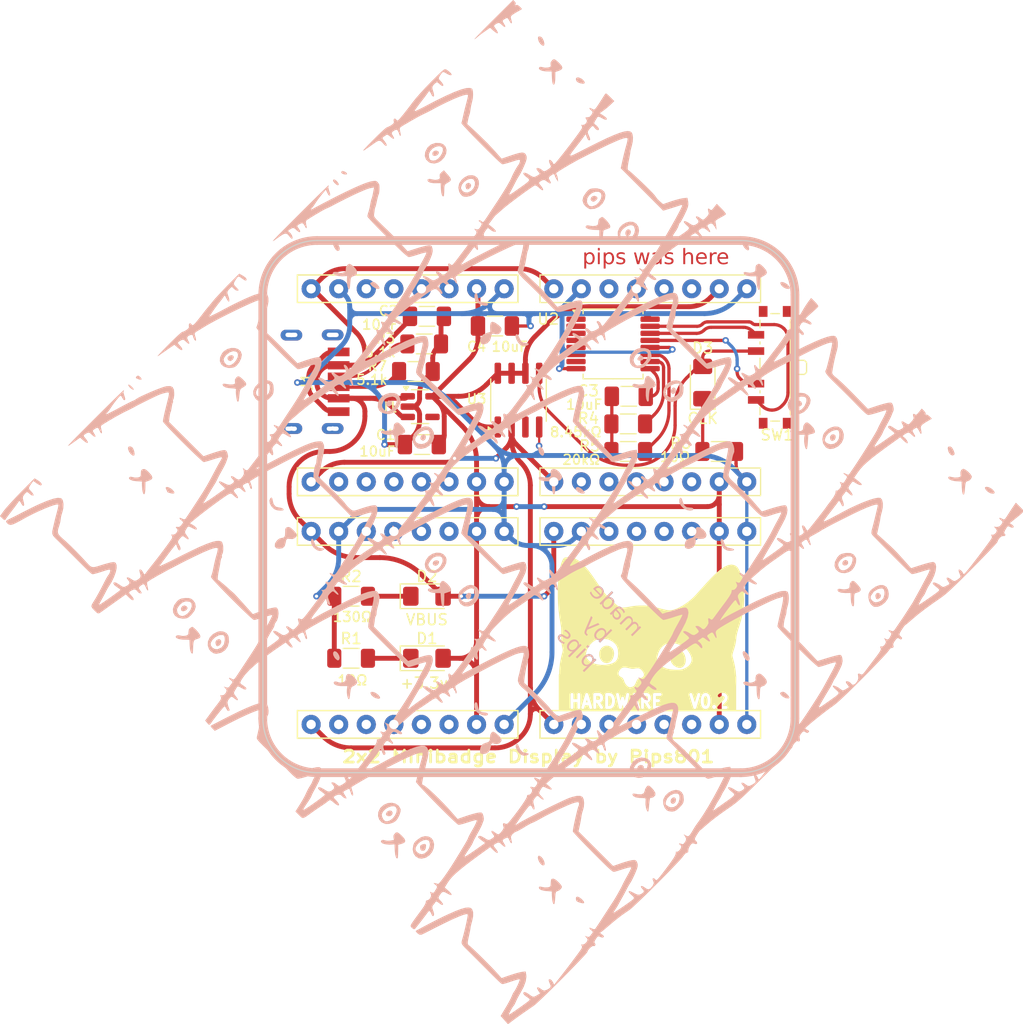
<source format=kicad_pcb>
(kicad_pcb (version 20240108) (generator "pcbnew") (generator_version "8.0")
  (title_block (title "2x2 Minibadge Holder USB-C") (rev "r2") (company "Pips Engineering"))
  (layers (0 "F.Cu" signal) (31 "B.Cu" signal) (34 "B.Paste" user) (35 "F.Paste" user) (36 "B.SilkS" user "B.Silkscreen") (37 "F.SilkS" user "F.Silkscreen") (38 "B.Mask" user) (39 "F.Mask" user) (44 "Edge.Cuts" user))
  (net 0 "")
  (net 1 "+3.3V")
  (net 2 "GND")
  (net 3 "VBUS")
  (net 4 "Net-(C3-Pad1)")
  (net 5 "Net-(U2-~{Φ0})")
  (net 6 "Net-(D1-K)")
  (net 7 "Net-(D2-K)")
  (net 8 "Net-(D3-K)")
  (net 9 "CLK")
  (net 14 "/CC")
  (net 24 "Net-(U2-Φ0)")
  (net 25 "Net-(U2-~{Φ1})")
  (net 26 "Net-(U2-Q8)")
  (net 27 "Net-(U2-Q10)")
  (net 28 "CLK_LOW")
  (net 29 "Net-(U2-Q9)")
  (footprint "MiniBadge:MiniBadge_Slot_Basic" (layer "F.Cu") (at 109.22 64.77)
    (property "Reference" "MB4" (hide yes))
    (property "Value" "MiniBadge_Full")
  )
  (footprint "Package_SO:SSOP-16_5.3x6.2mm_P0.65mm" (layer "F.Cu") (at 115.951 48.768)
    (property "Reference" "U2")
    (property "Value" "74HC4060")
  )
  (footprint "LED_SMD:LED_1206_3216Metric_Pad1.42x1.75mm_HandSolder" (layer "F.Cu") (at 124.206 52.324 90)
    (property "Reference" "D3")
    (property "Value" "LED_CLK")
  )
  (footprint "Resistor_SMD:R_1206_3216Metric_Pad1.30x1.75mm_HandSolder" (layer "F.Cu") (at 98.552 48.768 180)
    (property "Reference" "R3")
    (property "Value" "5.1k")
  )
  (footprint "MiniBadge:MiniBadge_Slot_Basic" (layer "F.Cu") (at 86.868 64.77)
    (property "Reference" "MB1" (hide yes))
    (property "Value" "MiniBadge_Full")
  )
  (footprint "LED_SMD:LED_1206_3216Metric_Pad1.42x1.75mm_HandSolder" (layer "F.Cu") (at 98.806 77.724)
    (property "Reference" "D1")
    (property "Value" "LED_3.3")
  )
  (footprint "Package_SO:SOIC-8_3.9x4.9mm_P1.27mm" (layer "F.Cu") (at 107.2397 53.945169 90)
    (property "Reference" "U3")
    (property "Value" "TPM8837C")
  )
  (footprint "MiniBadge:MiniBadge_Slot_Basic" (layer "F.Cu") (at 86.868 42.418)
    (property "Reference" "MB1" (hide yes))
    (property "Value" "MiniBadge_Full")
  )
  (footprint "Package_TO_SOT_SMD:SOT-23-5" (layer "F.Cu") (at 98.1765 54.544)
    (property "Reference" "U1")
    (property "Value" "AP2112K-3.3")
  )
  (footprint "LED_SMD:LED_1206_3216Metric_Pad1.42x1.75mm_HandSolder" (layer "F.Cu") (at 98.806 72.009)
    (property "Reference" "D2")
    (property "Value" "LED_VBUS")
  )
  (footprint "Resistor_SMD:R_1206_3216Metric_Pad1.30x1.75mm_HandSolder" (layer "F.Cu") (at 91.821 72.009)
    (property "Reference" "R2")
    (property "Value" "130")
  )
  (footprint "Resistor_SMD:R_1206_3216Metric_Pad1.30x1.75mm_HandSolder" (layer "F.Cu") (at 125.73 58.674 180)
    (property "Reference" "R6")
    (property "Value" "10Ω")
  )
  (footprint "Resistor_SMD:R_1206_3216Metric_Pad1.30x1.75mm_HandSolder" (layer "F.Cu") (at 117.348 58.674)
    (property "Reference" "R5")
    (property "Value" "20k")
  )
  (footprint "LOGO" (layer "F.Cu") (at 119.026153 60.810169)
    (property "Reference" "G***" (hide yes))
    (property "Value" "LOGO" (hide yes))
  )
  (footprint "Resistor_SMD:R_1206_3216Metric_Pad1.30x1.75mm_HandSolder" (layer "F.Cu") (at 117.348 56.134)
    (property "Reference" "R4")
    (property "Value" "8.45kΩ")
  )
  (footprint "MiniBadge:MiniBadge_Slot_Basic" (layer "F.Cu") (at 86.868 64.77)
    (property "Reference" "MB3" (hide yes))
    (property "Value" "MiniBadge_Full")
  )
  (footprint "MiniBadge:MiniBadge_Slot_Basic" (layer "F.Cu") (at 109.22 64.77)
    (property "Reference" "MB1" (hide yes))
    (property "Value" "MiniBadge_Full")
  )
  (footprint "Capacitor_SMD:C_1206_3216Metric_Pad1.33x1.80mm_HandSolder" (layer "F.Cu") (at 105.0675 47.117)
    (property "Reference" "C4")
    (property "Value" "0.01uF")
  )
  (footprint "Capacitor_SMD:C_1206_3216Metric_Pad1.33x1.80mm_HandSolder" (layer "F.Cu") (at 98.806 46.228)
    (property "Reference" "C2")
    (property "Value" "10uF")
  )
  (footprint "Type-C-31-M-17:TYPEC31M17" (layer "F.Cu") (at 83.723101 52.255524 -90)
    (property "Reference" "J1")
    (property "Value" "TYPE-C-31-M-17")
  )
  (footprint "MiniBadge:MiniBadge_Slot_Basic" (layer "F.Cu") (at 109.22 42.418)
    (property "Reference" "MB1" (hide yes))
    (property "Value" "MiniBadge_Full")
  )
  (footprint "Capacitor_SMD:C_1206_3216Metric_Pad1.33x1.80mm_HandSolder" (layer "F.Cu") (at 117.3988 53.594)
    (property "Reference" "C3")
    (property "Value" "0.1uF")
  )
  (footprint "MiniBadge:MiniBadge_Slot_Basic" (layer "F.Cu") (at 86.868 42.418)
    (property "Reference" "MB2" (hide yes))
    (property "Value" "MiniBadge_Full")
  )
  (footprint "Resistor_SMD:R_1206_3216Metric_Pad1.30x1.75mm_HandSolder" (layer "F.Cu") (at 97.79 51.308 180)
    (property "Reference" "R7")
    (property "Value" "5.1k")
  )
  (footprint "Resistor_SMD:R_1206_3216Metric_Pad1.30x1.75mm_HandSolder" (layer "F.Cu") (at 91.821 77.724)
    (property "Reference" "R1")
    (property "Value" "10Ω")
  )
  (footprint "Button_Switch_SMD:SW_SP3T_PCM13" (layer "F.Cu") (at 130.556 50.927 90)
    (property "Reference" "SW1")
    (property "Value" "SW_SP3T")
  )
  (footprint "Capacitor_SMD:C_1206_3216Metric_Pad1.33x1.80mm_HandSolder" (layer "F.Cu") (at 98.3365 58.039 180)
    (property "Reference" "C1")
    (property "Value" "10uF")
  )
  (footprint "LOGO" (layer "B.Cu") (at 106.68 64.262 180)
    (property "Reference" "G***" (hide yes))
    (property "Value" "LOGO" (hide yes))
  )
  (gr_arc (start 83.68321 44.243141) (mid 85.147676 40.707607) (end 88.68321 39.243141) (stroke (width 0.8)) (layer "B.SilkS"))
  (gr_arc (start 88.68321 88.265141) (mid 85.147676 86.800675) (end 83.68321 83.265141) (stroke (width 0.8)) (layer "B.SilkS"))
  (gr_line (start 127.70521 88.265141) (end 88.68321 88.265141) (stroke (width 0.8)) (layer "B.SilkS"))
  (gr_arc (start 132.70521 83.265141) (mid 131.240744 86.800675) (end 127.70521 88.265141) (stroke (width 0.8)) (layer "B.SilkS"))
  (gr_line (start 83.68321 83.265141) (end 83.68321 44.243141) (stroke (width 0.8)) (layer "B.SilkS"))
  (gr_line (start 88.68321 39.243141) (end 127.70521 39.243141) (stroke (width 0.8)) (layer "B.SilkS"))
  (gr_line (start 132.70521 44.243141) (end 132.70521 83.265141) (stroke (width 0.8)) (layer "B.SilkS"))
  (gr_arc (start 127.70521 39.243141) (mid 131.240744 40.707607) (end 132.70521 44.243141) (stroke (width 0.8)) (layer "B.SilkS"))
  (gr_rect (start 126.639696 79.424527) (end 127.239825 82.55) (stroke (width 0.1)) (fill solid) (layer "F.SilkS"))
  (gr_rect (start 110.998 79.248) (end 111.897394 82.55) (stroke (width 0.1)) (fill solid) (layer "F.SilkS"))
  (gr_arc (start 132.715 83.265) (mid 131.250534 86.800534) (end 127.715 88.265) (stroke (width 0.1)) (layer "Edge.Cuts"))
  (gr_arc (start 127.715 39.243) (mid 131.250534 40.707466) (end 132.715 44.243) (stroke (width 0.1)) (layer "Edge.Cuts"))
  (gr_line (start 127.715 88.265) (end 88.693 88.265) (stroke (width 0.1)) (layer "Edge.Cuts"))
  (gr_arc (start 83.693 44.243) (mid 85.157466 40.707466) (end 88.693 39.243) (stroke (width 0.1)) (layer "Edge.Cuts"))
  (gr_line (start 83.693 83.265) (end 83.693 44.243) (stroke (width 0.1)) (layer "Edge.Cuts"))
  (gr_line (start 132.715 44.243) (end 132.715 83.265) (stroke (width 0.1)) (layer "Edge.Cuts"))
  (gr_line (start 88.693 39.243) (end 127.715 39.243) (stroke (width 0.1)) (layer "Edge.Cuts"))
  (gr_arc (start 88.693 88.265) (mid 85.157466 86.800534) (end 83.693 83.265) (stroke (width 0.1)) (layer "Edge.Cuts"))
  (gr_text "pips was here" (at 119.888 41.656 0) (layer "F.Cu") (effects (font (size 1.4 1.4) (thickness 0.2)) (justify bottom)))
  (gr_text "made\nby\npips" (at 112.014 77.47 315) (layer "B.Cu") (effects (font (size 1.5 1.5) (thickness 0.2)) (justify bottom mirror)))
  (gr_text "made\nby\npips" (at 112.014 77.47 315) (layer "B.SilkS") (effects (font (size 1.5 1.5) (thickness 0.2)) (justify bottom mirror)))
  (gr_text "130Ω" (at 91.948 73.914 0) (layer "F.SilkS") (effects (font (size 0.9 0.9))))
  (gr_text "2x2 Minibadge Display by Pips801" (at 108.148216 87.431301 0) (layer "F.SilkS") (effects (font (size 1.1 1.3) (thickness 0.25)) (justify bottom)))
  (gr_text "8.45kΩ" (at 112.522 56.896 0) (layer "F.SilkS") (effects (font (size 0.9 0.9))))
  (gr_text "20kΩ" (at 113.03 59.436 0) (layer "F.SilkS") (effects (font (size 0.9 0.9))))
  (gr_text "VBUS" (at 98.806 74.168 0) (layer "F.SilkS") (effects (font (size 1 1))))
  (gr_text "10uF" (at 94.488 46.99 0) (layer "F.SilkS") (effects (font (size 0.9 0.9))))
  (gr_text "10uF" (at 106.426 49.022 0) (layer "F.SilkS") (effects (font (size 0.9 0.9))))
  (gr_text "+3.3v" (at 98.552 80.01 0) (layer "F.SilkS") (effects (font (size 1 1))))
  (gr_text "10Ω" (at 121.666 59.182 0) (layer "F.SilkS") (effects (font (size 0.9 0.9))))
  (gr_text "10Ω" (at 91.948 79.756 0) (layer "F.SilkS") (effects (font (size 0.9 0.9))))
  (gr_text "5.1k" (at 94.488 49.53 0) (layer "F.SilkS") (effects (font (size 0.9 0.9))))
  (gr_text "10uF" (at 113.284 54.356 0) (layer "F.SilkS") (effects (font (size 0.9 0.9))))
  (gr_text "5.1k" (at 93.726 52.07 0) (layer "F.SilkS") (effects (font (size 0.9 0.9))))
  (gr_text "CLK" (at 124.206 55.626 0) (layer "F.SilkS") (effects (font (size 1 1))))
  (gr_text "HARDWARE   V0.2" (at 109.931754 82.560146 0) (layer "F.SilkS" knockout) (effects (font (size 1.2 1.1) (thickness 3)) (justify left bottom)))
  (gr_text "10uF" (at 94.234 58.674 0) (layer "F.SilkS") (effects (font (size 0.9 0.9))))
  (segment (start 103.378 64.897) (end 103.378 62.611) (width 0.45) (layer "F.Cu") (net 1))
  (segment (start 124.645987 63.754) (end 109.601 63.754) (width 0.45) (layer "F.Cu") (net 1))
  (segment (start 103.378 79.26625) (end 103.378 83.82) (width 0.45) (layer "F.Cu") (net 1))
  (segment (start 109.912206 46.932792) (end 108.758537 48.086462) (width 0.45) (layer "F.Cu") (net 1))
  (segment (start 101.83575 77.724) (end 100.2935 77.724) (width 0.45) (layer "F.Cu") (net 1))
  (segment (start 103.4415 43.7515) (end 103.378 43.688) (width 0.45) (layer "F.Cu") (net 1))
  (segment (start 99.314 53.594) (end 102.030961 56.310961) (width 0.45) (layer "F.Cu") (net 1))
  (segment (start 118.04525 45.339) (end 117.66675 45.339) (width 0.45) (layer "F.Cu") (net 1))
  (segment (start 117.66675 45.339) (end 118.04525 45.339) (width 0.45) (layer "F.Cu") (net 1))
  (segment (start 118.04525 45.339) (end 122.911566 45.339) (width 0.45) (layer "F.Cu") (net 1))
  (segment (start 105.3347 51.470169) (end 104.272784 52.532084) (width 0.45) (layer "F.Cu") (net 1))
  (segment (start 106.6047 51.470169) (end 107.8747 51.470169) (width 0.45) (layer "F.Cu") (net 1))
  (segment (start 103.378 66.04) (end 103.378 64.897) (width 0.45) (layer "F.Cu") (net 1))
  (segment (start 107.061 63.754) (end 104.521 63.754) (width 0.45) (layer "F.Cu") (net 1))
  (segment (start 103.505 48.26) (end 103.505 47.117) (width 0.45) (layer "F.Cu") (net 1))
  (segment (start 125.73 66.04) (end 125.73 63.568012) (width 0.45) (layer "F.Cu") (net 1))
  (segment (start 103.378 61.468) (end 103.378 62.611) (width 0.45) (layer "F.Cu") (net 1))
  (segment (start 103.378 76.18175) (end 103.378 79.26625) (width 0.45) (layer "F.Cu") (net 1))
  (segment (start 105.3347 51.470169) (end 106.6047 51.470169) (width 0.45) (layer "F.Cu") (net 1))
  (segment (start 125.73 66.04) (end 125.73 83.82) (width 0.45) (layer "F.Cu") (net 1))
  (segment (start 100.4015 55.450478) (end 100.4015 57.181178) (width 0.45) (layer "F.Cu") (net 1))
  (segment (start 104.506534 56.420169) (end 105.3347 56.420169) (width 0.45) (layer "F.Cu") (net 1))
  (segment (start 125.73 62.669987) (end 125.73 61.468) (width 0.45) (layer "F.Cu") (net 1))
  (segment (start 99.314 53.594) (end 100.0831 53.594) (width 0.45) (layer "F.Cu") (net 1))
  (segment (start 101.396035 54.137835) (end 103.092767 55.834567) (width 0.45) (layer "F.Cu") (net 1))
  (segment (start 101.709093 53.594) (end 99.314 53.594) (width 0.45) (layer "F.Cu") (net 1))
  (segment (start 103.378 76.18175) (end 103.378 66.04) (width 0.45) (layer "F.Cu") (net 1))
  (segment (start 107.8747 51.470169) (end 107.8747 50.220234) (width 0.45) (layer "F.Cu") (net 1))
  (segment (start 99.85775 54.13775) (end 99.314 53.594) (width 0.45) (layer "F.Cu") (net 1))
  (segment (start 103.505 43.904802) (end 103.505 47.117) (width 0.45) (layer "F.Cu") (net 1))
  (segment (start 117.66675 45.339) (end 113.759963 45.339) (width 0.45) (layer "F.Cu") (net 1))
  (segment (start 118.368319 45.472819) (end 119.3635 46.468) (width 0.45) (layer "F.Cu") (net 1))
  (segment (start 99.314 53.594) (end 102.696776 50.211223) (width 0.45) (layer "F.Cu") (net 1))
  (segment (start 103.378 61.468) (end 103.378 59.563) (width 0.45) (layer "F.Cu") (net 1))
  (segment (start 125.73 62.669987) (end 125.73 63.568012) (width 0.45) (layer "F.Cu") (net 1))
  (segment (start 100.15025 57.78775) (end 99.899 58.039) (width 0.45) (layer "F.Cu") (net 1))
  (segment (start 124.9045 44.5135) (end 125.73 43.688) (width 0.45) (layer "F.Cu") (net 1))
  (via (at 107.061 63.754) (size 0.6) (drill 0.3) (layers "F.Cu" "B.Cu") (net 1))
  (via (at 109.601 63.754) (size 0.6) (drill 0.3) (layers "F.Cu" "B.Cu") (net 1))
  (arc (start 101.83575 77.724) (mid 102.926285 77.272285) (end 103.378 76.18175) (width 0.45) (layer "F.Cu") (net 1))
  (arc (start 113.759963 45.339) (mid 111.677572 45.753213) (end 109.912206 46.932792) (width 0.45) (layer "F.Cu") (net 1))
  (arc (start 108.758537 48.086462) (mid 108.104401 49.065445) (end 107.8747 50.220234) (width 0.45) (layer "F.Cu") (net 1))
  (arc (start 118.04525 45.339) (mid 118.04525 45.339) (end 118.04525 45.339) (width 0.45) (layer "F.Cu") (net 1))
  (arc (start 125.4125 63.4365) (mid 125.647484 63.08482) (end 125.73 62.669987) (width 0.45) (layer "F.Cu") (net 1))
  (arc (start 99.85775 54.13775) (mid 100.260183 54.740034) (end 100.4015 55.450478) (width 0.45) (layer "F.Cu") (net 1))
  (arc (start 124.9045 44.5135) (mid 123.990134 45.124459) (end 122.911566 45.339) (width 0.45) (layer "F.Cu") (net 1))
  (arc (start 125.4125 63.4365) (mid 125.06082 63.671484) (end 124.645987 63.754) (width 0.45) (layer "F.Cu") (net 1))
  (arc (start 102.030961 56.310961) (mid 103.027915 57.803009) (end 103.378 59.563) (width 0.45) (layer "F.Cu") (net 1))
  (arc (start 104.521 63.754) (mid 103.712776 64.088776) (end 103.378 64.897) (width 0.45) (layer "F.Cu") (net 1))
  (arc (start 103.378 62.611) (mid 103.712776 63.419223) (end 104.521 63.754) (width 0.45) (layer "F.Cu") (net 1))
  (arc (start 125.73 63.568012) (mid 125.615187 63.396182) (end 125.4125 63.4365) (width 0.45) (layer "F.Cu") (net 1))
  (arc (start 103.505 48.26) (mid 103.294949 49.315994) (end 102.696776 50.211223) (width 0.45) (layer "F.Cu") (net 1))
  (arc (start 101.396035 54.137835) (mid 100.793655 53.735338) (end 100.0831 53.594) (width 0.45) (layer "F.Cu") (net 1))
  (arc (start 103.378 79.26625) (mid 102.926285 78.175714) (end 101.83575 77.724) (width 0.45) (layer "F.Cu") (net 1))
  (arc (start 118.368319 45.472819) (mid 118.220093 45.373778) (end 118.04525 45.339) (width 0.45) (layer "F.Cu") (net 1))
  (arc (start 103.4415 43.7515) (mid 103.488496 43.821835) (end 103.505 43.904802) (width 0.45) (layer "F.Cu") (net 1))
  (arc (start 104.272784 52.532084) (mid 103.096552 53.318017) (end 101.709093 53.594) (width 0.45) (layer "F.Cu") (net 1))
  (arc (start 100.4015 57.181178) (mid 100.336202 57.509452) (end 100.15025 57.78775) (width 0.45) (layer "F.Cu") (net 1))
  (arc (start 103.092767 55.834567) (mid 103.741409 56.267975) (end 104.506534 56.420169) (width 0.45) (layer "F.Cu") (net 1))
  (segment (start 107.061 63.754) (end 109.601 63.754) (width 0.45) (layer "B.Cu") (net 1))
  (segment (start 88.634904 72.009598) (end 88.635203 72.009299) (width 0.45) (layer "F.Cu") (net 2))
  (segment (start 94.915838 58.039) (end 96.774 58.039) (width 0.45) (layer "F.Cu") (net 2))
  (segment (start 98.691301 51.956698) (end 99.34 51.308) (width 0.45) (layer "F.Cu") (net 2))
  (segment (start 108.353438 47.117) (end 106.63 47.117) (width 0.3) (layer "F.Cu") (net 2))
  (segment (start 121.3205 49.1845) (end 121.412 49.276) (width 0.3) (layer "F.Cu") (net 2))
  (segment (start 110.998 51.048452) (end 111.000726 51.045726) (width 0.3) (layer "F.Cu") (net 2))
  (segment (start 98.1265 53.320249) (end 98.1265 53.818477) (width 0.45) (layer "F.Cu") (net 2))
  (segment (start 108.353497 47.117034) (end 108.35348 47.117017) (width 0.3) (layer "F.Cu") (net 2))
  (segment (start 99.34 50.068815) (end 99.34 51.308) (width 0.45) (layer "F.Cu") (net 2))
  (segment (start 90.173101 49.505524) (end 90.673101 49.505524) (width 0.45) (layer "F.Cu") (net 2))
  (segment (start 100.23525 46.36125) (end 100.3685 46.228) (width 0.45) (layer "F.Cu") (net 2))
  (segment (start 109.1447 58.144502) (end 109.1447 56.420169) (width 0.2) (layer "F.Cu") (net 2))
  (segment (start 111.007307 51.043) (end 112.5385 51.043) (width 0.3) (layer "F.Cu") (net 2))
  (segment (start 97.519272 57.293727) (end 96.774 58.039) (width 0.45) (layer "F.Cu") (net 2))
  (segment (start 97.400977 54.544) (end 97.039 54.544) (width 0.45) (layer "F.Cu") (net 2))
  (segment (start 88.250495 53.582918) (end 89.319547 54.65197) (width 0.45) (layer "F.Cu") (net 2))
  (segment (start 90.173101 55.005524) (end 90.673101 55.005524) (width 0.45) (layer "F.Cu") (net 2))
  (segment (start 127.775 60.973) (end 128.27 61.468) (width 0.3) (layer "F.Cu") (net 2))
  (segment (start 86.868 52.324) (end 87.456619 52.324) (width 0.45) (layer "F.Cu") (net 2))
  (segment (start 100.102 48.229184) (end 100.102 46.682943) (width 0.45) (layer "F.Cu") (net 2))
  (segment (start 87.921661 51.858958) (end 87.921661 51.790482) (width 0.45) (layer "F.Cu") (net 2))
  (segment (start 88.635924 72.009) (end 90.271 72.009) (width 0.45) (layer "F.Cu") (net 2))
  (segment (start 87.921661 51.858958) (end 87.921661 52.789042) (width 0.45) (layer "F.Cu") (net 2))
  (segment (start 127.28 59.777964) (end 127.28 58.674) (width 0.3) (layer "F.Cu") (net 2))
  (segment (start 90.271 72.009) (end 90.271 77.724) (width 0.45) (layer "F.Cu") (net 2))
  (segment (start 109.13994 58.155992) (end 109.135181 58.160752) (width 0.2) (layer "F.Cu") (net 2))
  (segment (start 98.1265 55.82775) (end 98.1265 55.269522) (width 0.45) (layer "F.Cu") (net 2))
  (segment (start 89.319547 49.859077) (end 88.298915 50.879709) (width 0.45) (layer "F.Cu") (net 2))
  (segment (start 94.905793 58.034839) (end 94.901632 58.030678) (width 0.45) (layer "F.Cu") (net 2))
  (segment (start 121.099599 49.093) (end 119.3635 49.093) (width 0.3) (layer "F.Cu") (net 2))
  (via (at 110.998 51.048452) (size 0.6) (drill 0.3) (layers "F.Cu" "B.Cu") (net 2))
  (via (at 94.901632 58.030678) (size 0.6) (drill 0.3) (layers "F.Cu" "B.Cu") (net 2))
  (via (at 109.135181 58.160752) (size 0.6) (drill 0.3) (layers "F.Cu" "B.Cu") (net 2))
  (via (at 121.412 49.276) (size 0.6) (drill 0.3) (layers "F.Cu" "B.Cu") (net 2))
  (via (at 88.634904 72.009598) (size 0.6) (drill 0.3) (layers "F.Cu" "B.Cu") (net 2))
  (via (at 108.353497 47.117034) (size 0.6) (drill 0.3) (layers "F.Cu" "B.Cu") (net 2))
  (via (at 86.868 52.324) (size 0.6) (drill 0.3) (layers "F.Cu" "B.Cu") (net 2))
  (arc (start 97.913999 54.7565) (mid 98.071272 54.991876) (end 98.1265 55.269522) (width 0.45) (layer "F.Cu") (net 2))
  (arc (start 127.28 59.777964) (mid 127.408646 60.424712) (end 127.775 60.973) (width 0.3) (layer "F.Cu") (net 2))
  (arc (start 87.921661 52.789042) (mid 87.785453 52.460207) (end 87.456619 52.324) (width 0.45) (layer "F.Cu") (net 2))
  (arc (start 87.456619 52.324) (mid 87.785453 52.187792) (end 87.921661 51.858958) (width 0.45) (layer "F.Cu") (net 2))
  (arc (start 100.102 48.229184) (mid 100.002981 48.726984) (end 99.721 49.149) (width 0.45) (layer "F.Cu") (net 2))
  (arc (start 89.319547 54.65197) (mid 89.711161 54.913638) (end 90.173101 55.005524) (width 0.45) (layer "F.Cu") (net 2))
  (arc (start 97.913999 54.7565) (mid 97.678622 54.599226) (end 97.400977 54.544) (width 0.45) (layer "F.Cu") (net 2))
  (arc (start 90.173101 49.505524) (mid 89.711161 49.597409) (end 89.319547 49.859077) (width 0.45) (layer "F.Cu") (net 2))
  (arc (start 111.007307 51.043) (mid 111.003745 51.043708) (end 111.000726 51.045726) (width 0.3) (layer "F.Cu") (net 2))
  (arc (start 87.921661 52.789042) (mid 88.007122 53.218684) (end 88.250495 53.582918) (width 0.45) (layer "F.Cu") (net 2))
  (arc (start 121.3205 49.1845) (mid 121.219149 49.11678) (end 121.099599 49.093) (width 0.3) (layer "F.Cu") (net 2))
  (arc (start 97.913999 54.331499) (mid 97.825978 54.543999) (end 97.913999 54.7565) (width 0.45) (layer "F.Cu") (net 2))
  (arc (start 108.35348 47.117017) (mid 108.35346 47.117004) (end 108.353438 47.117) (width 0.3) (layer "F.Cu") (net 2))
  (arc (start 100.23525 46.36125) (mid 100.13663 46.508844) (end 100.102 46.682943) (width 0.45) (layer "F.Cu") (net 2))
  (arc (start 98.691301 51.956698) (mid 98.273286 52.5823) (end 98.1265 53.320249) (width 0.45) (layer "F.Cu") (net 2))
  (arc (start 94.905793 58.034839) (mid 94.910401 58.037918) (end 94.915838 58.039) (width 0.45) (layer "F.Cu") (net 2))
  (arc (start 97.400977 54.544) (mid 97.678622 54.488772) (end 97.913999 54.331499) (width 0.45) (layer "F.Cu") (net 2))
  (arc (start 88.298915 50.879709) (mid 88.019706 51.297575) (end 87.921661 51.790482) (width 0.45) (layer "F.Cu") (net 2))
  (arc (start 98.1265 55.82775) (mid 97.968686 56.621131) (end 97.519272 57.293727) (width 0.45) (layer "F.Cu") (net 2))
  (arc (start 99.721 49.149) (mid 99.439018 49.571014) (end 99.34 50.068815) (width 0.45) (layer "F.Cu") (net 2))
  (arc (start 88.635924 72.009) (mid 88.635533 72.009077) (end 88.635203 72.009299) (width 0.45) (layer "F.Cu") (net 2))
  (arc (start 98.1265 53.818477) (mid 98.071272 54.096122) (end 97.913999 54.331499) (width 0.45) (layer "F.Cu") (net 2))
  (arc (start 109.1447 58.144502) (mid 109.143462 58.15072) (end 109.13994 58.155992) (width 0.2) (layer "F.Cu") (net 2))
  (segment (start 108.732207 81.005792) (end 105.918 83.82) (width 0.45) (layer "B.Cu") (net 2))
  (segment (start 90.678 66.04) (end 90.678 68.521814) (width 0.45) (layer "B.Cu") (net 2))
  (segment (start 105.918 65.120761) (end 105.918 65.024) (width 0.45) (layer "B.Cu") (net 2))
  (segment (start 128.27 61.468) (end 127.058847 60.256847) (width 0.45) (layer "B.Cu") (net 2))
  (segment (start 110.998 45.974) (end 110.49 45.974) (width 0.45) (layer "B.Cu") (net 2))
  (segment (start 112.38 66.69) (end 113.03 66.04) (width 0.45) (layer "B.Cu") (net 2))
  (segment (start 124.134866 59.045695) (end 109.011234 59.045695) (width 0.45) (layer "B.Cu") (net 2))
  (segment (start 110.810761 67.34) (end 110.00206 67.34) (width 0.45) (layer "B.Cu") (net 2))
  (segment (start 105.248446 45.974) (end 102.015553 45.974) (width 0.45) (layer "B.Cu") (net 2))
  (segment (start 109.011234 59.045695) (end 108.412765 59.045695) (width 0.45) (layer "B.Cu") (net 2))
  (segment (start 102.015553 45.974) (end 92.329 45.974) (width 0.45) (layer "B.Cu") (net 2))
  (segment (start 91.694 46.609) (end 91.694 47.073386) (width 0.45) (layer "B.Cu") (net 2))
  (segment (start 111.252 50.614846) (end 111.252 50.162226) (width 0.45) (layer "B.Cu") (net 2))
  (segment (start 105.918 60.256847) (end 105.918 61.468) (width 0.45) (layer "B.Cu") (net 2))
  (segment (start 127.127 44.831) (end 128.27 43.688) (width 0.45) (layer "B.Cu") (net 2))
  (segment (start 105.918 62.992) (end 105.918 65.024) (width 0.45) (layer "B.Cu") (net 2))
  (segment (start 88.634904 72.009598) (end 89.656452 70.98805) (width 0.45) (layer "B.Cu") (net 2))
  (segment (start 128.27 66.04) (end 128.27 83.82) (width 0.3) (layer "B.Cu") (net 2))
  (segment (start 86.868 52.324) (end 87.205386 52.324) (width 0.45) (layer "B.Cu") (net 2))
  (segment (start 111.252 50.162226) (end 111.252 48.897774) (width 0.45) (layer "B.Cu") (net 2))
  (segment (start 107.707231 45.974) (end 108.700768 45.974) (width 0.45) (layer "B.Cu") (net 2))
  (segment (start 111.506 45.974) (end 124.367553 45.974) (width 0.45) (layer "B.Cu") (net 2))
  (segment (start 94.901632 55.198139) (end 94.901632 58.030678) (width 0.45) (layer "B.Cu") (net 2))
  (segment (start 108.278748 47.042285) (end 108.353497 47.117034) (width 0.45) (layer "B.Cu") (net 2))
  (segment (start 87.781341 52.085431) (end 90.916616 48.950156) (width 0.45) (layer "B.Cu") (net 2))
  (segment (start 91.694 46.609) (end 91.694 45.339) (width 0.45) (layer "B.Cu") (net 2))
  (segment (start 108.204 46.861826) (end 108.204 46.470768) (width 0.45) (layer "B.Cu") (net 2))
  (segment (start 104.775 44.831) (end 105.918 43.688) (width 0.45) (layer "B.Cu") (net 2))
  (segment (start 91.694 65.024) (end 90.678 66.04) (width 0.45) (layer "B.Cu") (net 2))
  (segment (start 108.437939 67.34) (end 108.137238 67.34) (width 0.45) (layer "B.Cu") (net 2))
  (segment (start 91.244987 44.254987) (end 90.678 43.688) (width 0.45) (layer "B.Cu") (net 2))
  (segment (start 111.252 46.228) (end 111.252 48.897774) (width 0.45) (layer "B.Cu") (net 2))
  (segment (start 110.998 45.974) (end 111.506 45.974) (width 0.45) (layer "B.Cu") (net 2))
  (segment (start 105.248446 45.974) (end 107.707231 45.974) (width 0.45) (layer "B.Cu") (net 2))
  (segment (start 128.27 61.468) (end 128.27 66.04) (width 0.3) (layer "B.Cu") (net 2))
  (segment (start 110.326 69.22806) (end 110.326 77.158036) (width 0.45) (layer "B.Cu") (net 2))
  (segment (start 107.129152 59.045695) (end 108.412765 59.045695) (width 0.45) (layer "B.Cu") (net 2))
  (segment (start 120.978394 49.53) (end 111.884226 49.53) (width 0.3) (layer "B.Cu") (net 2))
  (segment (start 111.125 50.921452) (end 110.998 51.048452) (width 0.45) (layer "B.Cu") (net 2))
  (segment (start 121.285 49.403) (end 121.412 49.276) (width 0.3) (layer "B.Cu") (net 2))
  (segment (start 110.49 45.974) (end 108.700768 45.974) (width 0.45) (layer "B.Cu") (net 2))
  (segment (start 108.971923 58.785771) (end 108.92359 58.834104) (width 0.2) (layer "B.Cu") (net 2))
  (segment (start 109.135181 58.391633) (end 109.135181 58.160752) (width 0.2) (layer "B.Cu") (net 2))
  (segment (start 92.027492 52.324) (end 94.408507 52.324) (width 0.45) (layer "B.Cu") (net 2))
  (segment (start 110.923605 45.794394) (end 113.03 43.688) (width 0.45) (layer "B.Cu") (net 2))
  (segment (start 86.868 52.324) (end 92.027492 52.324) (width 0.45) (layer "B.Cu") (net 2))
  (segment (start 108.437939 67.34) (end 110.00206 67.34) (width 0.45) (layer "B.Cu") (net 2))
  (segment (start 96.942341 52.324) (end 94.408507 52.324) (width 0.45) (layer "B.Cu") (net 2))
  (segment (start 104.902 64.008) (end 94.14684 64.008) (width 0.45) (layer "B.Cu") (net 2))
  (segment (start 105.918 62.992) (end 105.918 61.468) (width 0.45) (layer "B.Cu") (net 2))
  (segment (start 105.061585 58.18928) (end 100.790097 53.917792) (width 0.45) (layer "B.Cu") (net 2))
  (arc (start 111.884226 49.53) (mid 111.437174 49.715174) (end 111.252 50.162226) (width 0.3) (layer "B.Cu") (net 2))
  (arc (start 109.135181 58.391633) (mid 109.092751 58.604939) (end 108.971923 58.785771) (width 0.2) (layer "B.Cu") (net 2))
  (arc (start 109.773 67.893) (mid 109.160468 67.48372) (end 108.437939 67.34) (width 0.45) (layer "B.Cu") (net 2))
  (arc (start 108.700768 45.974) (mid 108.349499 46.119499) (end 108.204 46.470768) (width 0.45) (layer "B.Cu") (net 2))
  (arc (start 110.326 77.158036) (mid 109.911786 79.240426) (end 108.732207 81.005792) (width 0.45) (layer "B.Cu") (net 2))
  (arc (start 105.918 65.120761) (mid 106.086929 65.970027) (end 106.568 66.69) (width 0.45) (layer "B.Cu") (net 2))
  (arc (start 105.061585 58.18928) (mid 106.010193 58.823119) (end 107.129152 59.045695) (width 0.45) (layer "B.Cu") (net 2))
  (arc (start 102.015553 45.974) (mid 103.508955 45.676943) (end 104.775 44.831) (width 0.45) (layer "B.Cu") (net 2))
  (arc (start 127.058847 60.256847) (mid 125.717313 59.360463) (end 124.134866 59.045695) (width 0.45) (layer "B.Cu") (net 2))
  (arc (start 108.204 46.470768) (mid 108.058499 46.119499) (end 107.707231 45.974) (width 0.45) (layer "B.Cu") (net 2))
  (arc (start 100.790097 53.917792) (mid 99.024731 52.738213) (end 96.942341 52.324) (width 0.45) (layer "B.Cu") (net 2))
  (arc (start 110.49 45.974) (mid 110.724665 45.927321) (end 110.923605 45.794394) (width 0.45) (layer "B.Cu") (net 2))
  (arc (start 110.00206 67.34) (mid 109.702778 67.539973) (end 109.773 67.893) (width 0.45) (layer "B.Cu") (net 2))
  (arc (start 106.568 66.69) (mid 107.287972 67.17107) (end 108.137238 67.34) (width 0.45) (layer "B.Cu") (net 2))
  (arc (start 105.918 65.024) (mid 105.62042 64.305579) (end 104.902 64.008) (width 0.45) (layer "B.Cu") (net 2))
  (arc (start 91.694 47.073386) (mid 91.491964 48.089086) (end 90.916616 48.950156) (width 0.45) (layer "B.Cu") (net 2))
  (arc (start 111.252 48.897774) (mid 111.437174 49.344825) (end 111.884226 49.53) (width 0.45) (layer "B.Cu") (net 2))
  (arc (start 111.252 46.228) (mid 111.177605 46.048394) (end 110.998 45.974) (width 0.45) (layer "B.Cu") (net 2))
  (arc (start 107.129152 59.045695) (mid 106.272738 59.400433) (end 105.918 60.256847) (width 0.45) (layer "B.Cu") (net 2))
  (arc (start 109.773 67.893) (mid 110.182279 68.50553) (end 110.326 69.22806) (width 0.45) (layer "B.Cu") (net 2))
  (arc (start 91.244987 44.254987) (mid 91.577305 44.752336) (end 91.694 45.339) (width 0.45) (layer "B.Cu") (net 2))
  (arc (start 105.918 60.256847) (mid 105.695424 59.137888) (end 105.061585 58.18928) (width 0.45) (layer "B.Cu") (net 2))
  (arc (start 112.38 66.69) (mid 111.660027 67.17107) (end 110.810761 67.34) (width 0.45) (layer "B.Cu") (net 2))
  (arc (start 87.781341 52.085431) (mid 87.51709 52.261997) (end 87.205386 52.324) (width 0.45) (layer "B.Cu") (net 2))
  (arc (start 90.678 68.521814) (mid 90.412508 69.856531) (end 89.656452 70.98805) (width 0.45) (layer "B.Cu") (net 2))
  (arc (start 127.127 44.831) (mid 125.860955 45.676943) (end 124.367553 45.974) (width 0.45) (layer "B.Cu") (net 2))
  (arc (start 91.694 45.339) (mid 91.879987 45.788012) (end 92.329 45.974) (width 0.45) (layer "B.Cu") (net 2))
  (arc (start 110.923605 45.794394) (mid 110.900798 45.909051) (end 110.998 45.974) (width 0.45) (layer "B.Cu") (net 2))
  (arc (start 108.92359 58.834104) (mid 108.896721 58.96918) (end 109.011234 59.045695) (width 0.2) (layer "B.Cu") (net 2))
  (arc (start 111.506 45.974) (mid 111.326394 46.048394) (end 111.252 46.228) (width 0.45) (layer "B.Cu") (net 2))
  (arc (start 94.14684 64.008) (mid 92.819372 64.272049) (end 91.694 65.024) (width 0.45) (layer "B.Cu") (net 2))
  (arc (start 108.412765 59.045695) (mid 108.689221 58.990704) (end 108.92359 58.834104) (width 0.45) (layer "B.Cu") (net 2))
  (arc (start 94.408507 52.324) (mid 93.952919 52.628413) (end 94.059816 53.165816) (width 0.45) (layer "B.Cu") (net 2))
  (arc (start 104.902 64.008) (mid 105.62042 63.71042) (end 105.918 62.992) (width 0.45) (layer "B.Cu") (net 2))
  (arc (start 92.329 45.974) (mid 91.879987 46.159987) (end 91.694 46.609) (width 0.45) (layer "B.Cu") (net 2))
  (arc (start 94.059816 53.165816) (mid 94.682851 54.098253) (end 94.901632 55.198139) (width 0.45) (layer "B.Cu") (net 2))
  (arc (start 94.059816 53.165816) (mid 93.127377 52.54278) (end 92.027492 52.324) (width 0.45) (layer "B.Cu") (net 2))
  (arc (start 121.285 49.403) (mid 121.144328 49.496993) (end 120.978394 49.53) (width 0.3) (layer "B.Cu") (net 2))
  (arc (start 108.204 46.861826) (mid 108.223426 46.959489) (end 108.278748 47.042285) (width 0.45) (layer "B.Cu") (net 2))
  (arc (start 104.775 44.831) (mid 104.629858 45.560673) (end 105.248446 45.974) (width 0.45) (layer "B.Cu") (net 2))
  (arc (start 111.252 50.614846) (mid 111.218993 50.78078) (end 111.125 50.921452) (width 0.45) (layer "B.Cu") (net 2))
  (segment (start 89.064821 42.761177) (end 88.182901 43.643098) (width 0.45) (layer "F.Cu") (net 3))
  (segment (start 90.081485 50.735524) (end 90.673101 50.735524) (width 0.45) (layer "F.Cu") (net 3))
  (segment (start 110.49 70.491382) (end 110.49 66.04) (width 0.45) (layer "F.Cu") (net 3))
  (segment (start 90.673101 50.735524) (end 91.85517 50.735524) (width 0.45) (layer "F.Cu") (net 3))
  (segment (start 96.321849 55.306677) (end 95.649934 54.634762) (width 0.45) (layer "F.Cu") (net 3))
  (segment (start 97.136987 46.635775) (end 93.873088 49.899674) (width 0.45) (layer "F.Cu") (net 3))
  (segment (start 91.302368 41.834356) (end 107.325631 41.834356) (width 0.45) (layer "F.Cu") (net 3))
  (segment (start 88.138 66.04) (end 89.343751 67.245751) (width 0.45) (layer "F.Cu") (net 3))
  (segment (start 94.482038 68.451502) (end 92.254691 68.451502) (width 0.45) (layer "F.Cu") (net 3))
  (segment (start 88.138 66.04) (end 87.122 65.024) (width 0.45) (layer "F.Cu") (net 3))
  (segment (start 97.2435 46.378631) (end 97.2435 46.228) (width 0.45) (layer "F.Cu") (net 3))
  (segment (start 96.774086 55.494) (end 97.039 55.494) (width 0.45) (layer "F.Cu") (net 3))
  (segment (start 89.838961 58.674) (end 89.358038 58.674) (width 0.45) (layer "F.Cu") (net 3))
  (segment (start 90.673101 53.775524) (end 91.88205 53.775524) (width 0.45) (layer "F.Cu") (net 3))
  (segment (start 90.081485 53.775524) (end 90.673101 53.775524) (width 0.45) (layer "F.Cu") (net 3))
  (segment (start 96.948238 53.684762) (end 97.039 53.594) (width 0.45) (layer "F.Cu") (net 3))
  (segment (start 96.729119 53.775524) (end 90.673101 53.775524) (width 0.45) (layer "F.Cu") (net 3))
  (segment (start 100.2935 72.009) (end 101.981 72.009) (width 0.45) (layer "F.Cu") (net 3))
  (segment (start 86.106 61.926038) (end 86.106 62.571159) (width 0.45) (layer "F.Cu") (net 3))
  (segment (start 109.601 72.009) (end 110.0455 71.5645) (width 0.45) (layer "F.Cu") (net 3))
  (segment (start 88.661 52.355038) (end 88.661 52.156009) (width 0.45) (layer "F.Cu") (net 3))
  (segment (start 93.091 55.421961) (end 93.091 54.984473) (width 0.45) (layer "F.Cu") (net 3))
  (segment (start 98.329794 70.045294) (end 100.2935 72.009) (width 0.45) (layer "F.Cu") (net 3))
  (segment (start 109.563178 42.761178) (end 110.49 43.688) (width 0.45) (layer "F.Cu") (net 3))
  (segment (start 93.575549 53.775524) (end 90.673101 53.775524) (width 0.45) (layer "F.Cu") (net 3))
  (segment (start 90.673101 50.735524) (end 91.980238 50.735524) (width 0.45) (layer "F.Cu") (net 3))
  (segment (start 88.309901 43.732901) (end 92.305572 47.728572) (width 0.45) (layer "F.Cu") (net 3))
  (via (at 101.981 72.009) (size 0.6) (drill 0.3) (layers "F.Cu" "B.Cu") (net 3))
  (via (at 109.601 72.009) (size 0.6) (drill 0.3) (layers "F.Cu" "B.Cu") (net 3))
  (arc (start 96.948238 53.684762) (mid 96.847705 53.751935) (end 96.729119 53.775524) (width 0.45) (layer "F.Cu") (net 3))
  (arc (start 92.305572 47.728572) (mid 92.886873 48.598551) (end 93.091 49.624762) (width 0.45) (layer "F.Cu") (net 3))
  (arc (start 87.0585 59.6265) (mid 86.353546 60.681537) (end 86.106 61.926038) (width 0.45) (layer "F.Cu") (net 3))
  (arc (start 93.873088 49.899674) (mid 92.947259 50.518293) (end 91.85517 50.735524) (width 0.45) (layer "F.Cu") (net 3))
  (arc (start 91.302368 41.834356) (mid 90.091416 42.075228) (end 89.064821 42.761177) (width 0.45) (layer "F.Cu") (net 3))
  (arc (start 93.091 55.421961) (mid 92.843453 56.666462) (end 92.1385 57.7215) (width 0.45) (layer "F.Cu") (net 3))
  (arc (start 90.081485 50.735524) (mid 89.537888 50.843651) (end 89.07705 51.151574) (width 0.45) (layer "F.Cu") (net 3))
  (arc (start 88.309901 43.732901) (mid 88.260166 43.699669) (end 88.2015 43.688) (width 0.45) (layer "F.Cu") (net 3))
  (arc (start 89.358038 58.674) (mid 88.113537 58.921546) (end 87.0585 59.6265) (width 0.45) (layer "F.Cu") (net 3))
  (arc (start 96.321849 55.306677) (mid 96.529337 55.445316) (end 96.774086 55.494) (width 0.45) (layer "F.Cu") (net 3))
  (arc (start 95.649934 54.634762) (mid 94.698198 53.998832) (end 93.575549 53.775524) (width 0.45) (layer "F.Cu") (net 3))
  (arc (start 109.563178 42.761178) (mid 108.536582 42.075229) (end 107.325631 41.834356) (width 0.45) (layer "F.Cu") (net 3))
  (arc (start 89.07705 51.151574) (mid 88.769127 51.612412) (end 88.661 52.156009) (width 0.45) (layer "F.Cu") (net 3))
  (arc (start 97.2435 46.378631) (mid 97.215818 46.517796) (end 97.136987 46.635775) (width 0.45) (layer "F.Cu") (net 3))
  (arc (start 88.182901 43.643098) (mid 88.177199 43.671762) (end 88.2015 43.688) (width 0.45) (layer "F.Cu") (net 3))
  (arc (start 93.091 54.984473) (mid 92.736906 54.129616) (end 91.88205 53.775524) (width 0.45) (layer "F.Cu") (net 3))
  (arc (start 86.106 62.571159) (mid 86.370049 63.898626) (end 87.122 65.024) (width 0.45) (layer "F.Cu") (net 3))
  (arc (start 110.49 70.491382) (mid 110.374478 71.072149) (end 110.0455 71.5645) (width 0.45) (layer "F.Cu") (net 3))
  (arc (start 98.329794 70.045294) (mid 96.564428 68.865715) (end 94.482038 68.451502) (width 0.45) (layer "F.Cu") (net 3))
  (arc (start 89.343751 67.245751) (mid 90.679301 68.138137) (end 92.254691 68.451502) (width 0.45) (layer "F.Cu") (net 3))
  (arc (start 89.07705 53.359473) (mid 89.537888 53.667395) (end 90.081485 53.775524) (width 0.45) (layer "F.Cu") (net 3))
  (arc (start 88.661 52.355038) (mid 88.769127 52.898634) (end 89.07705 53.359473) (width 0.45) (layer "F.Cu") (net 3))
  (arc (start 92.1385 57.7215) (mid 91.083462 58.426453) (end 89.838961 58.674) (width 0.45) (layer "F.Cu") (net 3))
  (arc (start 93.091 49.624762) (mid 92.765665 50.410189) (end 91.980238 50.735524) (width 0.45) (layer "F.Cu") (net 3))
  (segment (start 109.601 72.009) (end 101.981 72.009) (width 0.45) (layer "B.Cu") (net 3))
  (segment (start 115.8363 58.608617) (end 115.8363 53.594) (width 0.3) (layer "F.Cu") (net 4))
  (segment (start 115.81715 58.65485) (end 115.798 58.674) (width 0.3) (layer "F.Cu") (net 4))
  (arc (start 115.8363 58.608617) (mid 115.831323 58.633638) (end 115.81715 58.65485) (width 0.3) (layer "F.Cu") (net 4))
  (segment (start 120.101 52.873003) (end 120.101 52.301991) (width 0.3) (layer "F.Cu") (net 5))
  (segment (start 119.380003 53.594) (end 118.9613 53.594) (width 0.3) (layer "F.Cu") (net 5))
  (segment (start 119.73225 51.41175) (end 119.3635 51.043) (width 0.3) (layer "F.Cu") (net 5))
  (arc (start 120.101 52.873003) (mid 120.046117 53.148916) (end 119.889825 53.382825) (width 0.3) (layer "F.Cu") (net 5))
  (arc (start 119.889825 53.382825) (mid 119.655916 53.539117) (end 119.380003 53.594) (width 0.3) (layer "F.Cu") (net 5))
  (arc (start 119.73225 51.41175) (mid 120.005164 51.820196) (end 120.101 52.301991) (width 0.3) (layer "F.Cu") (net 5))
  (segment (start 97.3185 77.724) (end 93.371 77.724) (width 0.45) (layer "F.Cu") (net 6))
  (segment (start 97.3185 72.009) (end 93.371 72.009) (width 0.45) (layer "F.Cu") (net 7))
  (segment (start 124.206 58.629615) (end 124.206 53.8115) (width 0.3) (layer "F.Cu") (net 8))
  (segment (start 124.193 58.661) (end 124.18 58.674) (width 0.3) (layer "F.Cu") (net 8))
  (arc (start 124.206 58.629615) (mid 124.202621 58.6466) (end 124.193 58.661) (width 0.3) (layer "F.Cu") (net 8))
  (segment (start 107.477875 84.927124) (end 107.3785 85.0265) (width 0.45) (layer "F.Cu") (net 9))
  (segment (start 100.728044 59.67099) (end 91.205687 59.67099) (width 0.45) (layer "F.Cu") (net 9))
  (segment (start 108.331 61.799678) (end 108.331 80.4545) (width 0.45) (layer "F.Cu") (net 9))
  (segment (start 105.156 59.309) (end 106.095536 58.369463) (width 0.45) (layer "F.Cu") (net 9))
  (segment (start 89.2175 84.8995) (end 88.138 83.82) (width 0.45) (layer "F.Cu") (net 9))
  (segment (start 106.6047 57.636434) (end 106.6047 57.001434) (width 0.45) (layer "F.Cu") (net 9))
  (segment (start 107.015716 57.993716) (end 110.49 61.468) (width 0.45) (layer "F.Cu") (net 9))
  (segment (start 107.46785 59.71585) (end 107.464729 59.712729) (width 0.45) (layer "F.Cu") (net 9))
  (segment (start 101.165005 59.489995) (end 101.346 59.309) (width 0.45) (layer "F.Cu") (net 9))
  (segment (start 108.331 82.8675) (end 108.331 80.4545) (width 0.45) (layer "F.Cu") (net 9))
  (segment (start 106.6047 57.001434) (end 106.6047 57.140234) (width 0.45) (layer "F.Cu") (net 9))
  (segment (start 105.078961 85.979) (end 91.823643 85.979) (width 0.45) (layer "F.Cu") (net 9))
  (segment (start 89.036505 60.569495) (end 88.138 61.468) (width 0.45) (layer "F.Cu") (net 9))
  (segment (start 109.184124 82.514124) (end 110.49 83.82) (width 0.45) (layer "F.Cu") (net 9))
  (via (at 101.346 59.309) (size 0.6) (drill 0.3) (layers "F.Cu" "B.Cu") (net 9))
  (via (at 105.156 59.309) (size 0.6) (drill 0.3) (layers "F.Cu" "B.Cu") (net 9))
  (arc (start 91.205687 59.67099) (mid 90.031734 59.904503) (end 89.036505 60.569495) (width 0.45) (layer "F.Cu") (net 9))
  (arc (start 107.3785 85.0265) (mid 106.323462 85.731453) (end 105.078961 85.979) (width 0.45) (layer "F.Cu") (net 9))
  (arc (start 106.6047 57.140234) (mid 106.472372 57.805488) (end 106.095536 58.369463) (width 0.45) (layer "F.Cu") (net 9))
  (arc (start 106.6047 57.001434) (mid 106.6047 57.001434) (end 106.6047 57.001434) (width 0.45) (layer "F.Cu") (net 9))
  (arc (start 101.165005 59.489995) (mid 100.964525 59.62395) (end 100.728044 59.67099) (width 0.45) (layer "F.Cu") (net 9))
  (arc (start 109.184124 82.514124) (mid 108.639503 82.405792) (end 108.331 82.8675) (width 0.45) (layer "F.Cu") (net 9))
  (arc (start 106.6047 57.001434) (mid 106.711519 57.538453) (end 107.015716 57.993716) (width 0.45) (layer "F.Cu") (net 9))
  (arc (start 89.2175 84.8995) (mid 90.413208 85.698447) (end 91.823643 85.979) (width 0.45) (layer "F.Cu") (net 9))
  (arc (start 108.331 80.4545) (mid 108.552719 81.56916) (end 109.184124 82.514124) (width 0.45) (layer "F.Cu") (net 9))
  (arc (start 106.6047 57.001434) (mid 106.6047 57.001434) (end 106.6047 57.001434) (width 0.45) (layer "F.Cu") (net 9))
  (arc (start 106.6047 57.636434) (mid 106.828214 58.760117) (end 107.464729 59.712729) (width 0.45) (layer "F.Cu") (net 9))
  (arc (start 108.331 82.8675) (mid 108.10928 83.98216) (end 107.477875 84.927124) (width 0.45) (layer "F.Cu") (net 9))
  (arc (start 107.46785 59.71585) (mid 108.106674 60.671918) (end 108.331 61.799678) (width 0.45) (layer "F.Cu") (net 9))
  (arc (start 106.6047 57.001434) (mid 106.6047 57.001434) (end 106.6047 57.001434) (width 0.45) (layer "F.Cu") (net 9))
  (segment (start 101.346 59.309) (end 105.156 59.309) (width 0.45) (layer "B.Cu") (net 9))
  (segment (start 95.516238 52.031762) (end 96.24 51.308) (width 0.3) (layer "F.Cu") (net 14))
  (segment (start 91.848788 51.755524) (end 90.673101 51.755524) (width 0.3) (layer "F.Cu") (net 14))
  (segment (start 96.507 48.768) (end 97.002 48.768) (width 0.3) (layer "F.Cu") (net 14))
  (segment (start 93.768921 52.755524) (end 90.673101 52.755524) (width 0.3) (layer "F.Cu") (net 14))
  (segment (start 95.661982 49.118017) (end 93.855812 50.924187) (width 0.3) (layer "F.Cu") (net 14))
  (arc (start 96.507 48.768) (mid 96.049679 48.858966) (end 95.661982 49.118017) (width 0.3) (layer "F.Cu") (net 14))
  (arc (start 93.855812 50.924187) (mid 92.934981 51.539466) (end 91.848788 51.755524) (width 0.3) (layer "F.Cu") (net 14))
  (arc (start 95.516238 52.031762) (mid 94.714562 52.567424) (end 93.768921 52.755524) (width 0.3) (layer "F.Cu") (net 14))
  (segment (start 120.046559 50.393) (end 119.3635 50.393) (width 0.3) (layer "F.Cu") (net 24))
  (segment (start 120.601 53.226797) (end 120.601 50.94744) (width 0.3) (layer "F.Cu") (net 24))
  (segment (start 119.7495 55.2825) (end 118.898 56.134) (width 0.3) (layer "F.Cu") (net 24))
  (arc (start 120.438608 50.555392) (mid 120.558795 50.735265) (end 120.601 50.94744) (width 0.3) (layer "F.Cu") (net 24))
  (arc (start 120.438608 50.555392) (mid 120.258734 50.435204) (end 120.046559 50.393) (width 0.3) (layer "F.Cu") (net 24))
  (arc (start 120.601 53.226797) (mid 120.379702 54.339335) (end 119.7495 55.2825) (width 0.3) (layer "F.Cu") (net 24))
  (segment (start 121.101 54.913243) (end 121.101 51.053506) (width 0.3) (layer "F.Cu") (net 25))
  (segment (start 119.9995 57.5725) (end 118.898 58.674) (width 0.3) (layer "F.Cu") (net 25))
  (segment (start 120.676207 50.085884) (end 120.717161 50.126838) (width 0.3) (layer "F.Cu") (net 25))
  (segment (start 119.848411 49.743) (end 119.3635 49.743) (width 0.3) (layer "F.Cu") (net 25))
  (arc (start 120.676207 50.085884) (mid 120.296411 49.832112) (end 119.848411 49.743) (width 0.3) (layer "F.Cu") (net 25))
  (arc (start 120.717161 50.126838) (mid 121.001243 50.551997) (end 121.101 51.053506) (width 0.3) (layer "F.Cu") (net 25))
  (arc (start 121.101 54.913243) (mid 120.814729 56.352422) (end 119.9995 57.5725) (width 0.3) (layer "F.Cu") (net 25))
  (segment (start 123.641271 47.793) (end 119.3635 47.793) (width 0.3) (layer "F.Cu") (net 26))
  (segment (start 128.7795 47.5805) (end 129.126 47.927) (width 0.3) (layer "F.Cu") (net 26))
  (segment (start 127.942975 47.234) (end 124.990816 47.234) (width 0.3) (layer "F.Cu") (net 26))
  (arc (start 124.316044 47.5135) (mid 124.006455 47.72036) (end 123.641271 47.793) (width 0.3) (layer "F.Cu") (net 26))
  (arc (start 124.990816 47.234) (mid 124.625632 47.306639) (end 124.316044 47.5135) (width 0.3) (layer "F.Cu") (net 26))
  (arc (start 128.7795 47.5805) (mid 128.395699 47.324052) (end 127.942975 47.234) (width 0.3) (layer "F.Cu") (net 26))
  (segment (start 123.69023 47.143) (end 119.3635 47.143) (width 0.3) (layer "F.Cu") (net 27))
  (segment (start 131.482255 54.493284) (end 131.58827 54.38727) (width 0.3) (layer "F.Cu") (net 27))
  (segment (start 129.692284 54.493284) (end 129.126 53.927) (width 0.3) (layer "F.Cu") (net 27))
  (segment (start 130.789791 46.99) (end 129.077126 46.99) (width 0.3) (layer "F.Cu") (net 27))
  (segment (start 132.065 48.265208) (end 132.065 53.236343) (width 0.3) (layer "F.Cu") (net 27))
  (segment (start 128.459087 46.734) (end 124.677643 46.734) (width 0.3) (layer "F.Cu") (net 27))
  (arc (start 131.482255 54.493284) (mid 131.071632 54.767654) (end 130.58727 54.864) (width 0.3) (layer "F.Cu") (net 27))
  (arc (start 129.692284 54.493284) (mid 130.102907 54.767654) (end 130.58727 54.864) (width 0.3) (layer "F.Cu") (net 27))
  (arc (start 128.768107 46.862) (mid 128.909886 46.956733) (end 129.077126 46.99) (width 0.3) (layer "F.Cu") (net 27))
  (arc (start 131.6915 47.3635) (mid 131.96793 47.777207) (end 132.065 48.265208) (width 0.3) (layer "F.Cu") (net 27))
  (arc (start 132.065 53.236343) (mid 131.941101 53.85922) (end 131.58827 54.38727) (width 0.3) (layer "F.Cu") (net 27))
  (arc (start 128.768107 46.862) (mid 128.626327 46.767266) (end 128.459087 46.734) (width 0.3) (layer "F.Cu") (net 27))
  (arc (start 124.183937 46.9385) (mid 123.957422 47.089852) (end 123.69023 47.143) (width 0.3) (layer "F.Cu") (net 27))
  (arc (start 131.6915 47.3635) (mid 131.277792 47.087069) (end 130.789791 46.99) (width 0.3) (layer "F.Cu") (net 27))
  (arc (start 124.677643 46.734) (mid 124.410451 46.787147) (end 124.183937 46.9385) (width 0.3) (layer "F.Cu") (net 27))
  (segment (start 110.075015 55.031814) (end 113.393408 58.350207) (width 0.3) (layer "F.Cu") (net 28))
  (segment (start 109.1447 52.785834) (end 109.1447 51.470169) (width 0.3) (layer "F.Cu") (net 28))
  (segment (start 122.727249 51.897749) (end 123.640891 50.984108) (width 0.3) (layer "F.Cu") (net 28))
  (segment (start 121.666 56.260842) (end 121.666 54.459834) (width 0.3) (layer "F.Cu") (net 28))
  (segment (start 124.815437 49.427) (end 129.126 49.427) (width 0.3) (layer "F.Cu") (net 28))
  (segment (start 117.241164 59.944) (end 117.982842 59.944) (width 0.3) (layer "F.Cu") (net 28))
  (segment (start 124.206 50.036437) (end 124.206 50.62775) (width 0.3) (layer "F.Cu") (net 28))
  (arc (start 113.393408 58.350207) (mid 115.158773 59.529786) (end 117.241164 59.944) (width 0.3) (layer "F.Cu") (net 28))
  (arc (start 120.587228 58.865228) (mid 119.392325 59.663636) (end 117.982842 59.944) (width 0.3) (layer "F.Cu") (net 28))
  (arc (start 123.99725 50.8365) (mid 123.80439 50.874862) (end 123.640891 50.984108) (width 0.3) (layer "F.Cu") (net 28))
  (arc (start 124.815437 49.427) (mid 124.582215 49.47339) (end 124.3845 49.6055) (width 0.3) (layer "F.Cu") (net 28))
  (arc (start 124.206 50.62775) (mid 124.144858 50.775358) (end 123.99725 50.8365) (width 0.3) (layer "F.Cu") (net 28))
  (arc (start 124.3845 49.6055) (mid 124.25239 49.803215) (end 124.206 50.036437) (width 0.3) (layer "F.Cu") (net 28))
  (arc (start 122.727249 51.897749) (mid 121.941809 53.073243) (end 121.666 54.459834) (width 0.3) (layer "F.Cu") (net 28))
  (arc (start 109.1447 52.785834) (mid 109.38648 54.001349) (end 110.075015 55.031814) (width 0.3) (layer "F.Cu") (net 28))
  (arc (start 121.666 56.260842) (mid 121.385636 57.670325) (end 120.587228 58.865228) (width 0.3) (layer "F.Cu") (net 28))
  (segment (start 126.318697 48.442439) (end 126.319258 48.441879) (width 0.3) (layer "F.Cu") (net 29))
  (segment (start 126.317344 48.443) (end 119.3635 48.443) (width 0.3) (layer "F.Cu") (net 29))
  (segment (start 128.6225 52.427) (end 129.126 52.427) (width 0.3) (layer "F.Cu") (net 29))
  (segment (start 127.605506 51.913506) (end 127.762971 52.070971) (width 0.3) (layer "F.Cu") (net 29))
  (segment (start 127.381 51.3715) (end 127.381 51.054) (width 0.3) (layer "F.Cu") (net 29))
  (via (at 126.319258 48.441879) (size 0.6) (drill 0.3) (layers "F.Cu" "B.Cu") (net 29))
  (via (at 127.381 51.054) (size 0.6) (drill 0.3) (layers "F.Cu" "B.Cu") (net 29))
  (arc (start 127.381 51.3715) (mid 127.439347 51.664831) (end 127.605506 51.913506) (width 0.3) (layer "F.Cu") (net 29))
  (arc (start 126.318697 48.442439) (mid 126.318076 48.442854) (end 126.317344 48.443) (width 0.3) (layer "F.Cu") (net 29))
  (arc (start 127.762971 52.070971) (mid 128.157326 52.334471) (end 128.6225 52.427) (width 0.3) (layer "F.Cu") (net 29))
  (segment (start 127.381 50.254385) (end 127.381 51.054) (width 0.3) (layer "B.Cu") (net 29))
  (segment (start 126.850129 48.97275) (end 126.319258 48.441879) (width 0.3) (layer "B.Cu") (net 29))
  (arc (start 126.850129 48.97275) (mid 127.243031 49.560769) (end 127.381 50.254385) (width 0.3) (layer "B.Cu") (net 29))
)
</source>
